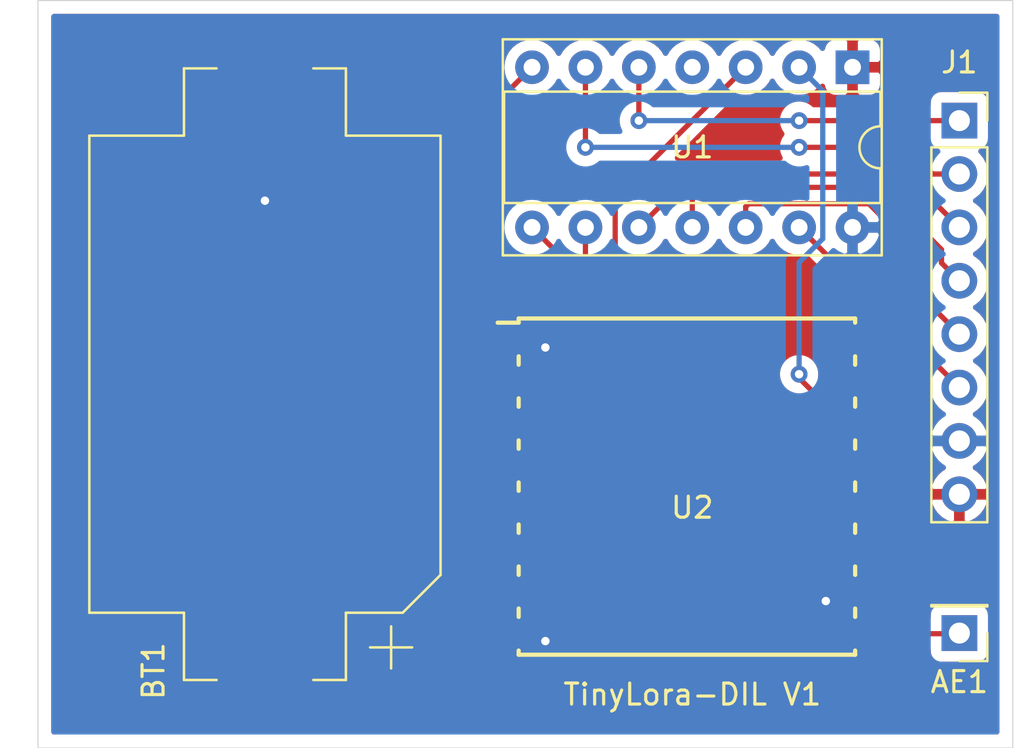
<source format=kicad_pcb>
(kicad_pcb (version 20171130) (host pcbnew 5.1.4)

  (general
    (thickness 1.6)
    (drawings 5)
    (tracks 72)
    (zones 0)
    (modules 5)
    (nets 15)
  )

  (page A4)
  (layers
    (0 F.Cu signal)
    (31 B.Cu signal)
    (32 B.Adhes user)
    (33 F.Adhes user)
    (34 B.Paste user)
    (35 F.Paste user)
    (36 B.SilkS user)
    (37 F.SilkS user)
    (38 B.Mask user)
    (39 F.Mask user)
    (40 Dwgs.User user)
    (41 Cmts.User user)
    (42 Eco1.User user)
    (43 Eco2.User user)
    (44 Edge.Cuts user)
    (45 Margin user)
    (46 B.CrtYd user)
    (47 F.CrtYd user)
    (48 B.Fab user)
    (49 F.Fab user)
  )

  (setup
    (last_trace_width 0.25)
    (trace_clearance 0.2)
    (zone_clearance 0.508)
    (zone_45_only no)
    (trace_min 0.2)
    (via_size 0.8)
    (via_drill 0.4)
    (via_min_size 0.4)
    (via_min_drill 0.3)
    (uvia_size 0.3)
    (uvia_drill 0.1)
    (uvias_allowed no)
    (uvia_min_size 0.2)
    (uvia_min_drill 0.1)
    (edge_width 0.05)
    (segment_width 0.2)
    (pcb_text_width 0.3)
    (pcb_text_size 1.5 1.5)
    (mod_edge_width 0.12)
    (mod_text_size 1 1)
    (mod_text_width 0.15)
    (pad_size 1.524 1.524)
    (pad_drill 0.762)
    (pad_to_mask_clearance 0.051)
    (solder_mask_min_width 0.25)
    (aux_axis_origin 0 0)
    (visible_elements FFFDFF7F)
    (pcbplotparams
      (layerselection 0x010fc_ffffffff)
      (usegerberextensions false)
      (usegerberattributes false)
      (usegerberadvancedattributes false)
      (creategerberjobfile false)
      (excludeedgelayer true)
      (linewidth 0.100000)
      (plotframeref false)
      (viasonmask false)
      (mode 1)
      (useauxorigin false)
      (hpglpennumber 1)
      (hpglpenspeed 20)
      (hpglpendiameter 15.000000)
      (psnegative false)
      (psa4output false)
      (plotreference true)
      (plotvalue true)
      (plotinvisibletext false)
      (padsonsilk false)
      (subtractmaskfromsilk false)
      (outputformat 1)
      (mirror false)
      (drillshape 0)
      (scaleselection 1)
      (outputdirectory "Gerber/"))
  )

  (net 0 "")
  (net 1 "Net-(AE1-Pad1)")
  (net 2 GND)
  (net 3 +3V3)
  (net 4 PB2)
  (net 5 PA7)
  (net 6 PA3)
  (net 7 PA2)
  (net 8 PA1)
  (net 9 PA0)
  (net 10 MISO)
  (net 11 SCK)
  (net 12 MOSI)
  (net 13 DIO0)
  (net 14 NSS)

  (net_class Default "Dies ist die voreingestellte Netzklasse."
    (clearance 0.2)
    (trace_width 0.25)
    (via_dia 0.8)
    (via_drill 0.4)
    (uvia_dia 0.3)
    (uvia_drill 0.1)
    (add_net +3V3)
    (add_net DIO0)
    (add_net GND)
    (add_net MISO)
    (add_net MOSI)
    (add_net NSS)
    (add_net "Net-(AE1-Pad1)")
    (add_net PA0)
    (add_net PA1)
    (add_net PA2)
    (add_net PA3)
    (add_net PA7)
    (add_net PB2)
    (add_net SCK)
  )

  (module battery_holder:BatteryHolder_Keystone_1060_1x2032_Long_Pad (layer F.Cu) (tedit 5D66CD14) (tstamp 5D66BC43)
    (at 56.515 60.96 90)
    (descr http://www.keyelco.com/product-pdf.cfm?p=726)
    (tags "CR2032 BR2032 BatteryHolder Battery")
    (path /5D6F40EE)
    (attr smd)
    (fp_text reference BT1 (at -14.125 -5.3 90) (layer F.SilkS)
      (effects (font (size 1 1) (thickness 0.15)))
    )
    (fp_text value Battery_Cell (at 0 -11.75 90) (layer F.Fab)
      (effects (font (size 1 1) (thickness 0.15)))
    )
    (fp_circle (center 0 0) (end -10.2 0) (layer Dwgs.User) (width 0.3))
    (fp_line (start 11 8) (end -9.4 8) (layer F.Fab) (width 0.1))
    (fp_line (start 11 -8) (end -11 -8) (layer F.Fab) (width 0.1))
    (fp_line (start 11 8) (end 11 3.5) (layer F.Fab) (width 0.1))
    (fp_line (start 11 -8) (end 11 -3.5) (layer F.Fab) (width 0.1))
    (fp_line (start -11 -8) (end -11 -3.5) (layer F.Fab) (width 0.1))
    (fp_line (start -11 6.4) (end -11 3.5) (layer F.Fab) (width 0.1))
    (fp_line (start -11 3.5) (end -14.2 3.5) (layer F.Fab) (width 0.1))
    (fp_line (start -14.2 3.5) (end -14.2 -3.5) (layer F.Fab) (width 0.1))
    (fp_line (start -14.2 -3.5) (end -11 -3.5) (layer F.Fab) (width 0.1))
    (fp_line (start 11 3.5) (end 14.2 3.5) (layer F.Fab) (width 0.1))
    (fp_line (start 14.2 3.5) (end 14.2 -3.5) (layer F.Fab) (width 0.1))
    (fp_line (start 14.2 -3.5) (end 11 -3.5) (layer F.Fab) (width 0.1))
    (fp_line (start -9.4 8) (end -11 6.4) (layer F.Fab) (width 0.1))
    (fp_line (start 11.35 3.85) (end 14.55 3.85) (layer F.SilkS) (width 0.12))
    (fp_line (start 14.55 3.85) (end 14.55 2.3) (layer F.SilkS) (width 0.12))
    (fp_line (start 11.35 8.35) (end 11.35 3.85) (layer F.SilkS) (width 0.12))
    (fp_line (start 11.35 8.35) (end -9.55 8.35) (layer F.SilkS) (width 0.12))
    (fp_line (start -11.35 6.55) (end -11.35 3.85) (layer F.SilkS) (width 0.12))
    (fp_line (start -9.55 8.35) (end -11.35 6.55) (layer F.SilkS) (width 0.12))
    (fp_line (start -11.35 3.85) (end -14.55 3.85) (layer F.SilkS) (width 0.12))
    (fp_line (start -14.55 3.85) (end -14.55 2.3) (layer F.SilkS) (width 0.12))
    (fp_line (start -11.35 -3.85) (end -14.55 -3.85) (layer F.SilkS) (width 0.12))
    (fp_line (start -14.55 -3.85) (end -14.55 -2.3) (layer F.SilkS) (width 0.12))
    (fp_line (start 11.35 -3.85) (end 14.55 -3.85) (layer F.SilkS) (width 0.12))
    (fp_line (start 14.55 -3.85) (end 14.55 -2.3) (layer F.SilkS) (width 0.12))
    (fp_line (start -11.35 -8.35) (end 11.35 -8.35) (layer F.SilkS) (width 0.12))
    (fp_line (start -11.35 -8.35) (end -11.35 -3.85) (layer F.SilkS) (width 0.12))
    (fp_line (start 11.35 -8.35) (end 11.35 -3.85) (layer F.SilkS) (width 0.12))
    (fp_arc (start 0 0) (end -6.5 8.5) (angle -74.81070976) (layer F.CrtYd) (width 0.05))
    (fp_line (start 11.5 8.5) (end 6.5 8.5) (layer F.CrtYd) (width 0.05))
    (fp_line (start -6.5 8.5) (end -11.5 8.5) (layer F.CrtYd) (width 0.05))
    (fp_line (start -11.5 4) (end -11.5 8.5) (layer F.CrtYd) (width 0.05))
    (fp_line (start -14.7 4) (end -11.5 4) (layer F.CrtYd) (width 0.05))
    (fp_line (start -14.7 4) (end -14.7 2.3) (layer F.CrtYd) (width 0.05))
    (fp_line (start -14.7 2.3) (end -16.45 2.3) (layer F.CrtYd) (width 0.05))
    (fp_line (start -16.45 2.3) (end -16.45 -2.3) (layer F.CrtYd) (width 0.05))
    (fp_line (start -14.7 -2.3) (end -16.45 -2.3) (layer F.CrtYd) (width 0.05))
    (fp_line (start -14.7 -2.3) (end -14.7 -4) (layer F.CrtYd) (width 0.05))
    (fp_line (start -14.7 -4) (end -11.5 -4) (layer F.CrtYd) (width 0.05))
    (fp_line (start -11.5 -4) (end -11.5 -8.5) (layer F.CrtYd) (width 0.05))
    (fp_line (start -11.5 -8.5) (end -6.5 -8.5) (layer F.CrtYd) (width 0.05))
    (fp_line (start 11.5 -8.5) (end 11.5 -4) (layer F.CrtYd) (width 0.05))
    (fp_line (start 11.5 -4) (end 14.7 -4) (layer F.CrtYd) (width 0.05))
    (fp_line (start 14.7 -4) (end 14.7 -2.3) (layer F.CrtYd) (width 0.05))
    (fp_line (start 14.7 -2.3) (end 16.45 -2.3) (layer F.CrtYd) (width 0.05))
    (fp_line (start 16.45 -2.3) (end 16.45 2.3) (layer F.CrtYd) (width 0.05))
    (fp_line (start 16.45 2.3) (end 14.7 2.3) (layer F.CrtYd) (width 0.05))
    (fp_line (start 14.7 2.3) (end 14.7 4) (layer F.CrtYd) (width 0.05))
    (fp_line (start 14.7 4) (end 11.5 4) (layer F.CrtYd) (width 0.05))
    (fp_line (start 11.5 4) (end 11.5 8.5) (layer F.CrtYd) (width 0.05))
    (fp_arc (start 0 0) (end 6.5 -8.5) (angle -74.81070976) (layer F.CrtYd) (width 0.05))
    (fp_line (start 11.5 -8.5) (end 6.5 -8.5) (layer F.CrtYd) (width 0.05))
    (fp_text user BAT (at 0 0 90) (layer F.Fab)
      (effects (font (size 1 1) (thickness 0.15)))
    )
    (fp_line (start -13 5) (end -13 7) (layer F.SilkS) (width 0.12))
    (fp_line (start -12 6) (end -14 6) (layer F.SilkS) (width 0.12))
    (pad 2 smd rect (at 12.446 0 270) (size 7.1 3.6) (layers F.Cu F.Paste F.Mask)
      (net 2 GND))
    (pad 1 smd rect (at -12.446 0 270) (size 7.1 3.6) (layers F.Cu F.Paste F.Mask)
      (net 3 +3V3))
    (model ${KISYS3DMOD}/Battery.3dshapes/BatteryHolder_Keystone_1060_1x2032.wrl
      (at (xyz 0 0 0))
      (scale (xyz 1 1 1))
      (rotate (xyz 0 0 0))
    )
  )

  (module Connector_PinSocket_2.54mm:PinSocket_1x08_P2.54mm_Vertical (layer F.Cu) (tedit 5A19A420) (tstamp 5D66B938)
    (at 89.535 48.895)
    (descr "Through hole straight socket strip, 1x08, 2.54mm pitch, single row (from Kicad 4.0.7), script generated")
    (tags "Through hole socket strip THT 1x08 2.54mm single row")
    (path /5D68DC89)
    (fp_text reference J1 (at 0 -2.77) (layer F.SilkS)
      (effects (font (size 1 1) (thickness 0.15)))
    )
    (fp_text value Sensor (at 0 20.55) (layer F.Fab)
      (effects (font (size 1 1) (thickness 0.15)))
    )
    (fp_line (start -1.27 -1.27) (end 0.635 -1.27) (layer F.Fab) (width 0.1))
    (fp_line (start 0.635 -1.27) (end 1.27 -0.635) (layer F.Fab) (width 0.1))
    (fp_line (start 1.27 -0.635) (end 1.27 19.05) (layer F.Fab) (width 0.1))
    (fp_line (start 1.27 19.05) (end -1.27 19.05) (layer F.Fab) (width 0.1))
    (fp_line (start -1.27 19.05) (end -1.27 -1.27) (layer F.Fab) (width 0.1))
    (fp_line (start -1.33 1.27) (end 1.33 1.27) (layer F.SilkS) (width 0.12))
    (fp_line (start -1.33 1.27) (end -1.33 19.11) (layer F.SilkS) (width 0.12))
    (fp_line (start -1.33 19.11) (end 1.33 19.11) (layer F.SilkS) (width 0.12))
    (fp_line (start 1.33 1.27) (end 1.33 19.11) (layer F.SilkS) (width 0.12))
    (fp_line (start 1.33 -1.33) (end 1.33 0) (layer F.SilkS) (width 0.12))
    (fp_line (start 0 -1.33) (end 1.33 -1.33) (layer F.SilkS) (width 0.12))
    (fp_line (start -1.8 -1.8) (end 1.75 -1.8) (layer F.CrtYd) (width 0.05))
    (fp_line (start 1.75 -1.8) (end 1.75 19.55) (layer F.CrtYd) (width 0.05))
    (fp_line (start 1.75 19.55) (end -1.8 19.55) (layer F.CrtYd) (width 0.05))
    (fp_line (start -1.8 19.55) (end -1.8 -1.8) (layer F.CrtYd) (width 0.05))
    (fp_text user %R (at 0 8.89 90) (layer F.Fab)
      (effects (font (size 1 1) (thickness 0.15)))
    )
    (pad 1 thru_hole rect (at 0 0) (size 1.7 1.7) (drill 1) (layers *.Cu *.Mask)
      (net 4 PB2))
    (pad 2 thru_hole oval (at 0 2.54) (size 1.7 1.7) (drill 1) (layers *.Cu *.Mask)
      (net 5 PA7))
    (pad 3 thru_hole oval (at 0 5.08) (size 1.7 1.7) (drill 1) (layers *.Cu *.Mask)
      (net 6 PA3))
    (pad 4 thru_hole oval (at 0 7.62) (size 1.7 1.7) (drill 1) (layers *.Cu *.Mask)
      (net 7 PA2))
    (pad 5 thru_hole oval (at 0 10.16) (size 1.7 1.7) (drill 1) (layers *.Cu *.Mask)
      (net 8 PA1))
    (pad 6 thru_hole oval (at 0 12.7) (size 1.7 1.7) (drill 1) (layers *.Cu *.Mask)
      (net 9 PA0))
    (pad 7 thru_hole oval (at 0 15.24) (size 1.7 1.7) (drill 1) (layers *.Cu *.Mask)
      (net 2 GND))
    (pad 8 thru_hole oval (at 0 17.78) (size 1.7 1.7) (drill 1) (layers *.Cu *.Mask)
      (net 3 +3V3))
    (model ${KISYS3DMOD}/Connector_PinSocket_2.54mm.3dshapes/PinSocket_1x08_P2.54mm_Vertical.wrl
      (at (xyz 0 0 0))
      (scale (xyz 1 1 1))
      (rotate (xyz 0 0 0))
    )
  )

  (module Package_DIP:DIP-14_W7.62mm_Socket (layer F.Cu) (tedit 5A02E8C5) (tstamp 5D6691B9)
    (at 84.455 46.355 270)
    (descr "14-lead though-hole mounted DIP package, row spacing 7.62 mm (300 mils), Socket")
    (tags "THT DIP DIL PDIP 2.54mm 7.62mm 300mil Socket")
    (path /5D66342E)
    (fp_text reference U1 (at 3.81 7.62 180) (layer F.SilkS)
      (effects (font (size 1 1) (thickness 0.15)))
    )
    (fp_text value ATtiny84A-SSU (at 3.81 17.57 90) (layer F.Fab)
      (effects (font (size 1 1) (thickness 0.15)))
    )
    (fp_text user ATTiny84 (at 3.81 7.62 180) (layer F.Fab)
      (effects (font (size 1 1) (thickness 0.15)))
    )
    (fp_line (start 9.15 -1.6) (end -1.55 -1.6) (layer F.CrtYd) (width 0.05))
    (fp_line (start 9.15 16.85) (end 9.15 -1.6) (layer F.CrtYd) (width 0.05))
    (fp_line (start -1.55 16.85) (end 9.15 16.85) (layer F.CrtYd) (width 0.05))
    (fp_line (start -1.55 -1.6) (end -1.55 16.85) (layer F.CrtYd) (width 0.05))
    (fp_line (start 8.95 -1.39) (end -1.33 -1.39) (layer F.SilkS) (width 0.12))
    (fp_line (start 8.95 16.63) (end 8.95 -1.39) (layer F.SilkS) (width 0.12))
    (fp_line (start -1.33 16.63) (end 8.95 16.63) (layer F.SilkS) (width 0.12))
    (fp_line (start -1.33 -1.39) (end -1.33 16.63) (layer F.SilkS) (width 0.12))
    (fp_line (start 6.46 -1.33) (end 4.81 -1.33) (layer F.SilkS) (width 0.12))
    (fp_line (start 6.46 16.57) (end 6.46 -1.33) (layer F.SilkS) (width 0.12))
    (fp_line (start 1.16 16.57) (end 6.46 16.57) (layer F.SilkS) (width 0.12))
    (fp_line (start 1.16 -1.33) (end 1.16 16.57) (layer F.SilkS) (width 0.12))
    (fp_line (start 2.81 -1.33) (end 1.16 -1.33) (layer F.SilkS) (width 0.12))
    (fp_line (start 8.89 -1.33) (end -1.27 -1.33) (layer F.Fab) (width 0.1))
    (fp_line (start 8.89 16.57) (end 8.89 -1.33) (layer F.Fab) (width 0.1))
    (fp_line (start -1.27 16.57) (end 8.89 16.57) (layer F.Fab) (width 0.1))
    (fp_line (start -1.27 -1.33) (end -1.27 16.57) (layer F.Fab) (width 0.1))
    (fp_line (start 0.635 -0.27) (end 1.635 -1.27) (layer F.Fab) (width 0.1))
    (fp_line (start 0.635 16.51) (end 0.635 -0.27) (layer F.Fab) (width 0.1))
    (fp_line (start 6.985 16.51) (end 0.635 16.51) (layer F.Fab) (width 0.1))
    (fp_line (start 6.985 -1.27) (end 6.985 16.51) (layer F.Fab) (width 0.1))
    (fp_line (start 1.635 -1.27) (end 6.985 -1.27) (layer F.Fab) (width 0.1))
    (fp_arc (start 3.81 -1.33) (end 2.81 -1.33) (angle -180) (layer F.SilkS) (width 0.12))
    (pad 14 thru_hole oval (at 7.62 0 270) (size 1.6 1.6) (drill 0.8) (layers *.Cu *.Mask)
      (net 2 GND))
    (pad 7 thru_hole oval (at 0 15.24 270) (size 1.6 1.6) (drill 0.8) (layers *.Cu *.Mask)
      (net 12 MOSI))
    (pad 13 thru_hole oval (at 7.62 2.54 270) (size 1.6 1.6) (drill 0.8) (layers *.Cu *.Mask)
      (net 9 PA0))
    (pad 6 thru_hole oval (at 0 12.7 270) (size 1.6 1.6) (drill 0.8) (layers *.Cu *.Mask)
      (net 5 PA7))
    (pad 12 thru_hole oval (at 7.62 5.08 270) (size 1.6 1.6) (drill 0.8) (layers *.Cu *.Mask)
      (net 8 PA1))
    (pad 5 thru_hole oval (at 0 10.16 270) (size 1.6 1.6) (drill 0.8) (layers *.Cu *.Mask)
      (net 4 PB2))
    (pad 11 thru_hole oval (at 7.62 7.62 270) (size 1.6 1.6) (drill 0.8) (layers *.Cu *.Mask)
      (net 7 PA2))
    (pad 4 thru_hole oval (at 0 7.62 270) (size 1.6 1.6) (drill 0.8) (layers *.Cu *.Mask))
    (pad 10 thru_hole oval (at 7.62 10.16 270) (size 1.6 1.6) (drill 0.8) (layers *.Cu *.Mask)
      (net 6 PA3))
    (pad 3 thru_hole oval (at 0 5.08 270) (size 1.6 1.6) (drill 0.8) (layers *.Cu *.Mask)
      (net 14 NSS))
    (pad 9 thru_hole oval (at 7.62 12.7 270) (size 1.6 1.6) (drill 0.8) (layers *.Cu *.Mask)
      (net 11 SCK))
    (pad 2 thru_hole oval (at 0 2.54 270) (size 1.6 1.6) (drill 0.8) (layers *.Cu *.Mask)
      (net 13 DIO0))
    (pad 8 thru_hole oval (at 7.62 15.24 270) (size 1.6 1.6) (drill 0.8) (layers *.Cu *.Mask)
      (net 10 MISO))
    (pad 1 thru_hole rect (at 0 0 270) (size 1.6 1.6) (drill 0.8) (layers *.Cu *.Mask)
      (net 3 +3V3))
    (model ${KISYS3DMOD}/Package_DIP.3dshapes/DIP-14_W7.62mm_Socket.wrl
      (at (xyz 0 0 0))
      (scale (xyz 1 1 1))
      (rotate (xyz 0 0 0))
    )
  )

  (module RFM:RFM95 (layer F.Cu) (tedit 585E5D4C) (tstamp 5D66B997)
    (at 68.58 59.309)
    (path /5D664943)
    (fp_text reference U2 (at 8.255 8.001) (layer F.SilkS)
      (effects (font (size 1 1) (thickness 0.15)))
    )
    (fp_text value RFM95W-868S2 (at 7.62 7.62) (layer F.Fab)
      (effects (font (size 1 1) (thickness 0.15)))
    )
    (fp_line (start 0 -1) (end 16 -1) (layer F.SilkS) (width 0.2))
    (fp_line (start 0 10.8) (end 0 11.2) (layer F.SilkS) (width 0.2))
    (fp_line (start 0 8.8) (end 0 9.2) (layer F.SilkS) (width 0.2))
    (fp_line (start 0 6.8) (end 0 7.2) (layer F.SilkS) (width 0.2))
    (fp_line (start 0 4.8) (end 0 5.2) (layer F.SilkS) (width 0.2))
    (fp_line (start 0 3.2) (end 0 2.8) (layer F.SilkS) (width 0.2))
    (fp_line (start 0 1.2) (end 0 0.8) (layer F.SilkS) (width 0.2))
    (fp_line (start -1 -0.8) (end 0 -0.8) (layer F.SilkS) (width 0.2))
    (fp_line (start 0 -0.8) (end 0 -1) (layer F.SilkS) (width 0.2))
    (fp_line (start 0 12.8) (end 0 13.2) (layer F.SilkS) (width 0.2))
    (fp_line (start 16 -1) (end 16 -0.8) (layer F.SilkS) (width 0.2))
    (fp_line (start 16 0.8) (end 16 1.2) (layer F.SilkS) (width 0.2))
    (fp_line (start 16 2.8) (end 16 3.2) (layer F.SilkS) (width 0.2))
    (fp_line (start 16 4.8) (end 16 5.2) (layer F.SilkS) (width 0.2))
    (fp_line (start 16 6.8) (end 16 7.2) (layer F.SilkS) (width 0.2))
    (fp_line (start 16 8.8) (end 16 9.2) (layer F.SilkS) (width 0.2))
    (fp_line (start 16 10.8) (end 16 11.2) (layer F.SilkS) (width 0.2))
    (fp_line (start 16 12.8) (end 16 13.2) (layer F.SilkS) (width 0.2))
    (fp_line (start 16 14.8) (end 16 15) (layer F.SilkS) (width 0.2))
    (fp_line (start 16 15) (end 0 15) (layer F.SilkS) (width 0.2))
    (fp_line (start 0 15) (end 0 14.8) (layer F.SilkS) (width 0.2))
    (pad 16 smd oval (at 16 0) (size 2 1) (layers F.Cu F.Paste F.Mask))
    (pad 15 smd oval (at 16 2) (size 2 1) (layers F.Cu F.Paste F.Mask))
    (pad 14 smd oval (at 16 4) (size 2 1) (layers F.Cu F.Paste F.Mask)
      (net 13 DIO0))
    (pad 13 smd oval (at 16 6) (size 2 1) (layers F.Cu F.Paste F.Mask)
      (net 3 +3V3))
    (pad 12 smd oval (at 16 8) (size 2 1) (layers F.Cu F.Paste F.Mask))
    (pad 11 smd oval (at 16 10) (size 2 1) (layers F.Cu F.Paste F.Mask))
    (pad 10 smd oval (at 16 12) (size 2 1) (layers F.Cu F.Paste F.Mask)
      (net 2 GND))
    (pad 9 smd oval (at 16 14) (size 2 1) (layers F.Cu F.Paste F.Mask)
      (net 1 "Net-(AE1-Pad1)"))
    (pad 8 smd oval (at 0 14) (size 2 1) (layers F.Cu F.Paste F.Mask)
      (net 2 GND))
    (pad 7 smd oval (at 0 12) (size 2 1) (layers F.Cu F.Paste F.Mask))
    (pad 6 smd oval (at 0 10) (size 2 1) (layers F.Cu F.Paste F.Mask))
    (pad 5 smd oval (at 0 8) (size 2 1) (layers F.Cu F.Paste F.Mask)
      (net 14 NSS))
    (pad 4 smd oval (at 0 6) (size 2 1) (layers F.Cu F.Paste F.Mask)
      (net 11 SCK))
    (pad 3 smd oval (at 0 4) (size 2 1) (layers F.Cu F.Paste F.Mask)
      (net 10 MISO))
    (pad 2 smd oval (at 0 2) (size 2 1) (layers F.Cu F.Paste F.Mask)
      (net 12 MOSI))
    (pad 1 smd oval (at 0 0) (size 2 1) (layers F.Cu F.Paste F.Mask)
      (net 2 GND))
  )

  (module Connector_PinHeader_2.54mm:PinHeader_1x01_P2.54mm_Vertical (layer F.Cu) (tedit 59FED5CC) (tstamp 5D66B8BC)
    (at 89.535 73.279 180)
    (descr "Through hole straight pin header, 1x01, 2.54mm pitch, single row")
    (tags "Through hole pin header THT 1x01 2.54mm single row")
    (path /5D699DFD)
    (fp_text reference AE1 (at 0 -2.33) (layer F.SilkS)
      (effects (font (size 1 1) (thickness 0.15)))
    )
    (fp_text value Antenna (at 0 2.33) (layer F.Fab)
      (effects (font (size 1 1) (thickness 0.15)))
    )
    (fp_text user %R (at 0 0 90) (layer F.Fab)
      (effects (font (size 1 1) (thickness 0.15)))
    )
    (fp_line (start 1.8 -1.8) (end -1.8 -1.8) (layer F.CrtYd) (width 0.05))
    (fp_line (start 1.8 1.8) (end 1.8 -1.8) (layer F.CrtYd) (width 0.05))
    (fp_line (start -1.8 1.8) (end 1.8 1.8) (layer F.CrtYd) (width 0.05))
    (fp_line (start -1.8 -1.8) (end -1.8 1.8) (layer F.CrtYd) (width 0.05))
    (fp_line (start -1.33 -1.33) (end 0 -1.33) (layer F.SilkS) (width 0.12))
    (fp_line (start -1.33 0) (end -1.33 -1.33) (layer F.SilkS) (width 0.12))
    (fp_line (start -1.33 1.27) (end 1.33 1.27) (layer F.SilkS) (width 0.12))
    (fp_line (start 1.33 1.27) (end 1.33 1.33) (layer F.SilkS) (width 0.12))
    (fp_line (start -1.33 1.27) (end -1.33 1.33) (layer F.SilkS) (width 0.12))
    (fp_line (start -1.33 1.33) (end 1.33 1.33) (layer F.SilkS) (width 0.12))
    (fp_line (start -1.27 -0.635) (end -0.635 -1.27) (layer F.Fab) (width 0.1))
    (fp_line (start -1.27 1.27) (end -1.27 -0.635) (layer F.Fab) (width 0.1))
    (fp_line (start 1.27 1.27) (end -1.27 1.27) (layer F.Fab) (width 0.1))
    (fp_line (start 1.27 -1.27) (end 1.27 1.27) (layer F.Fab) (width 0.1))
    (fp_line (start -0.635 -1.27) (end 1.27 -1.27) (layer F.Fab) (width 0.1))
    (pad 1 thru_hole rect (at 0 0 180) (size 1.7 1.7) (drill 1) (layers *.Cu *.Mask)
      (net 1 "Net-(AE1-Pad1)"))
    (model ${KISYS3DMOD}/Connector_PinHeader_2.54mm.3dshapes/PinHeader_1x01_P2.54mm_Vertical.wrl
      (at (xyz 0 0 0))
      (scale (xyz 1 1 1))
      (rotate (xyz 0 0 0))
    )
  )

  (gr_text "TinyLora-DIL V1" (at 76.835 76.2) (layer F.SilkS)
    (effects (font (size 1 1) (thickness 0.15)))
  )
  (gr_line (start 92.075 43.18) (end 45.72 43.18) (layer Edge.Cuts) (width 0.05) (tstamp 5D66E377))
  (gr_line (start 92.075 78.74) (end 92.075 43.18) (layer Edge.Cuts) (width 0.05))
  (gr_line (start 45.72 78.74) (end 92.075 78.74) (layer Edge.Cuts) (width 0.05))
  (gr_line (start 45.72 43.18) (end 45.72 78.74) (layer Edge.Cuts) (width 0.05))

  (segment (start 89.505 73.309) (end 89.535 73.279) (width 0.25) (layer F.Cu) (net 1))
  (segment (start 84.58 73.309) (end 89.505 73.309) (width 0.25) (layer F.Cu) (net 1))
  (segment (start 68.58 59.309) (end 69.469 59.309) (width 0.25) (layer F.Cu) (net 2))
  (via (at 69.85 59.69) (size 0.8) (drill 0.4) (layers F.Cu B.Cu) (net 2))
  (segment (start 69.469 59.309) (end 69.85 59.69) (width 0.25) (layer F.Cu) (net 2))
  (via (at 69.85 73.66) (size 0.8) (drill 0.4) (layers F.Cu B.Cu) (net 2))
  (segment (start 68.58 73.309) (end 69.499 73.309) (width 0.25) (layer F.Cu) (net 2))
  (segment (start 69.499 73.309) (end 69.85 73.66) (width 0.25) (layer F.Cu) (net 2))
  (via (at 83.185 71.755) (size 0.8) (drill 0.4) (layers F.Cu B.Cu) (net 2))
  (segment (start 84.58 71.309) (end 83.631 71.309) (width 0.25) (layer F.Cu) (net 2))
  (segment (start 83.631 71.309) (end 83.185 71.755) (width 0.25) (layer F.Cu) (net 2))
  (via (at 56.515 52.705) (size 0.8) (drill 0.4) (layers F.Cu B.Cu) (net 2))
  (segment (start 56.515 48.514) (end 56.515 52.705) (width 0.25) (layer F.Cu) (net 2))
  (via (at 74.295 48.895) (size 0.8) (drill 0.4) (layers F.Cu B.Cu) (net 4))
  (segment (start 74.295 46.355) (end 74.295 48.895) (width 0.25) (layer F.Cu) (net 4))
  (via (at 81.915 48.895) (size 0.8) (drill 0.4) (layers F.Cu B.Cu) (net 4))
  (segment (start 74.295 48.895) (end 81.915 48.895) (width 0.25) (layer B.Cu) (net 4))
  (segment (start 81.915 48.895) (end 89.535 48.895) (width 0.25) (layer F.Cu) (net 4))
  (via (at 71.755 50.165) (size 0.8) (drill 0.4) (layers F.Cu B.Cu) (net 5))
  (segment (start 71.755 46.355) (end 71.755 50.165) (width 0.25) (layer F.Cu) (net 5))
  (via (at 81.915 50.165) (size 0.8) (drill 0.4) (layers F.Cu B.Cu) (net 5))
  (segment (start 71.755 50.165) (end 81.915 50.165) (width 0.25) (layer B.Cu) (net 5))
  (segment (start 81.915 50.165) (end 86.995 50.165) (width 0.25) (layer F.Cu) (net 5))
  (segment (start 88.265 51.435) (end 89.535 51.435) (width 0.25) (layer F.Cu) (net 5))
  (segment (start 86.995 50.165) (end 88.265 51.435) (width 0.25) (layer F.Cu) (net 5))
  (segment (start 75.565 52.705) (end 74.295 53.975) (width 0.25) (layer F.Cu) (net 6))
  (segment (start 75.565 51.435) (end 75.565 52.705) (width 0.25) (layer F.Cu) (net 6))
  (segment (start 89.535 53.975) (end 86.995 51.435) (width 0.25) (layer F.Cu) (net 6))
  (segment (start 86.995 51.435) (end 75.565 51.435) (width 0.25) (layer F.Cu) (net 6))
  (segment (start 76.835 52.07) (end 76.835 53.975) (width 0.25) (layer F.Cu) (net 7))
  (segment (start 85.725 52.07) (end 76.835 52.07) (width 0.25) (layer F.Cu) (net 7))
  (segment (start 88.685001 55.030001) (end 85.725 52.07) (width 0.25) (layer F.Cu) (net 7))
  (segment (start 89.535 56.515) (end 88.685001 55.665001) (width 0.25) (layer F.Cu) (net 7))
  (segment (start 88.685001 55.665001) (end 88.685001 55.030001) (width 0.25) (layer F.Cu) (net 7))
  (segment (start 89.535 59.055) (end 86.995 56.515) (width 0.25) (layer F.Cu) (net 8))
  (segment (start 86.995 56.515) (end 86.995 54.61) (width 0.25) (layer F.Cu) (net 8))
  (segment (start 85.234999 52.849999) (end 79.519999 52.849999) (width 0.25) (layer F.Cu) (net 8))
  (segment (start 86.995 54.61) (end 85.234999 52.849999) (width 0.25) (layer F.Cu) (net 8))
  (segment (start 79.375 52.994998) (end 79.375 53.975) (width 0.25) (layer F.Cu) (net 8))
  (segment (start 79.519999 52.849999) (end 79.375 52.994998) (width 0.25) (layer F.Cu) (net 8))
  (segment (start 88.685001 60.745001) (end 81.915 53.975) (width 0.25) (layer F.Cu) (net 9))
  (segment (start 89.535 61.595) (end 88.685001 60.745001) (width 0.25) (layer F.Cu) (net 9))
  (segment (start 68.866 61.595) (end 68.58 61.309) (width 0.25) (layer F.Cu) (net 12))
  (segment (start 68.08 61.309) (end 68.58 61.309) (width 0.25) (layer F.Cu) (net 12))
  (segment (start 68.676 65.405) (end 68.58 65.309) (width 0.25) (layer F.Cu) (net 11))
  (segment (start 69.08 65.309) (end 68.58 65.309) (width 0.25) (layer F.Cu) (net 11))
  (segment (start 71.755 62.634) (end 69.08 65.309) (width 0.25) (layer F.Cu) (net 11))
  (segment (start 71.755 53.975) (end 71.755 62.634) (width 0.25) (layer F.Cu) (net 11))
  (segment (start 68.08 63.309) (end 68.58 63.309) (width 0.25) (layer F.Cu) (net 10))
  (segment (start 70.575001 55.335001) (end 70.014999 54.774999) (width 0.25) (layer F.Cu) (net 10))
  (segment (start 70.014999 54.774999) (end 69.215 53.975) (width 0.25) (layer F.Cu) (net 10))
  (segment (start 69.83 63.309) (end 70.575001 62.563999) (width 0.25) (layer F.Cu) (net 10))
  (segment (start 70.575001 62.563999) (end 70.575001 55.335001) (width 0.25) (layer F.Cu) (net 10))
  (segment (start 68.58 63.309) (end 69.83 63.309) (width 0.25) (layer F.Cu) (net 10))
  (segment (start 67.25499 61.23399) (end 67.25499 48.31501) (width 0.25) (layer F.Cu) (net 12))
  (segment (start 67.33 61.309) (end 67.25499 61.23399) (width 0.25) (layer F.Cu) (net 12))
  (segment (start 68.415001 47.154999) (end 69.215 46.355) (width 0.25) (layer F.Cu) (net 12))
  (segment (start 67.25499 48.31501) (end 68.415001 47.154999) (width 0.25) (layer F.Cu) (net 12))
  (segment (start 68.58 61.309) (end 67.33 61.309) (width 0.25) (layer F.Cu) (net 12))
  (segment (start 81.915 61.144) (end 81.915 60.96) (width 0.25) (layer F.Cu) (net 13))
  (segment (start 84.58 63.309) (end 84.08 63.309) (width 0.25) (layer F.Cu) (net 13))
  (via (at 81.915 60.96) (size 0.8) (drill 0.4) (layers F.Cu B.Cu) (net 13))
  (segment (start 84.08 63.309) (end 81.915 61.144) (width 0.25) (layer F.Cu) (net 13))
  (segment (start 82.714999 47.154999) (end 81.915 46.355) (width 0.25) (layer B.Cu) (net 13))
  (segment (start 83.040001 47.480001) (end 82.714999 47.154999) (width 0.25) (layer B.Cu) (net 13))
  (segment (start 83.040001 54.515001) (end 83.040001 47.480001) (width 0.25) (layer B.Cu) (net 13))
  (segment (start 81.915 55.640002) (end 83.040001 54.515001) (width 0.25) (layer B.Cu) (net 13))
  (segment (start 81.915 60.96) (end 81.915 55.640002) (width 0.25) (layer B.Cu) (net 13))
  (segment (start 69.08 67.309) (end 68.58 67.309) (width 0.25) (layer F.Cu) (net 14))
  (segment (start 73.169999 52.560001) (end 73.169999 63.219001) (width 0.25) (layer F.Cu) (net 14))
  (segment (start 73.169999 63.219001) (end 69.08 67.309) (width 0.25) (layer F.Cu) (net 14))
  (segment (start 79.375 46.355) (end 73.169999 52.560001) (width 0.25) (layer F.Cu) (net 14))

  (zone (net 3) (net_name +3V3) (layer F.Cu) (tstamp 5D66D5B5) (hatch edge 0.508)
    (connect_pads (clearance 0.508))
    (min_thickness 0.254)
    (fill yes (arc_segments 32) (thermal_gap 0.508) (thermal_bridge_width 0.508))
    (polygon
      (pts
        (xy 46.355 43.815) (xy 91.44 43.815) (xy 91.44 78.105) (xy 46.355 78.105)
      )
    )
    (filled_polygon
      (pts
        (xy 91.313 77.978) (xy 46.482 77.978) (xy 46.482 76.956) (xy 54.076928 76.956) (xy 54.089188 77.080482)
        (xy 54.125498 77.20018) (xy 54.184463 77.310494) (xy 54.263815 77.407185) (xy 54.360506 77.486537) (xy 54.47082 77.545502)
        (xy 54.590518 77.581812) (xy 54.715 77.594072) (xy 56.22925 77.591) (xy 56.388 77.43225) (xy 56.388 73.533)
        (xy 56.642 73.533) (xy 56.642 77.43225) (xy 56.80075 77.591) (xy 58.315 77.594072) (xy 58.439482 77.581812)
        (xy 58.55918 77.545502) (xy 58.669494 77.486537) (xy 58.766185 77.407185) (xy 58.845537 77.310494) (xy 58.904502 77.20018)
        (xy 58.940812 77.080482) (xy 58.953072 76.956) (xy 58.95 73.69175) (xy 58.79125 73.533) (xy 56.642 73.533)
        (xy 56.388 73.533) (xy 54.23875 73.533) (xy 54.08 73.69175) (xy 54.076928 76.956) (xy 46.482 76.956)
        (xy 46.482 69.856) (xy 54.076928 69.856) (xy 54.08 73.12025) (xy 54.23875 73.279) (xy 56.388 73.279)
        (xy 56.388 69.37975) (xy 56.642 69.37975) (xy 56.642 73.279) (xy 58.79125 73.279) (xy 58.95 73.12025)
        (xy 58.953072 69.856) (xy 58.940812 69.731518) (xy 58.904502 69.61182) (xy 58.845537 69.501506) (xy 58.766185 69.404815)
        (xy 58.669494 69.325463) (xy 58.55918 69.266498) (xy 58.439482 69.230188) (xy 58.315 69.217928) (xy 56.80075 69.221)
        (xy 56.642 69.37975) (xy 56.388 69.37975) (xy 56.22925 69.221) (xy 54.715 69.217928) (xy 54.590518 69.230188)
        (xy 54.47082 69.266498) (xy 54.360506 69.325463) (xy 54.263815 69.404815) (xy 54.184463 69.501506) (xy 54.125498 69.61182)
        (xy 54.089188 69.731518) (xy 54.076928 69.856) (xy 46.482 69.856) (xy 46.482 44.964) (xy 54.076928 44.964)
        (xy 54.076928 52.064) (xy 54.089188 52.188482) (xy 54.125498 52.30818) (xy 54.184463 52.418494) (xy 54.263815 52.515185)
        (xy 54.360506 52.594537) (xy 54.47082 52.653502) (xy 54.590518 52.689812) (xy 54.715 52.702072) (xy 55.48 52.702072)
        (xy 55.48 52.806939) (xy 55.519774 53.006898) (xy 55.597795 53.195256) (xy 55.711063 53.364774) (xy 55.855226 53.508937)
        (xy 56.024744 53.622205) (xy 56.213102 53.700226) (xy 56.413061 53.74) (xy 56.616939 53.74) (xy 56.816898 53.700226)
        (xy 57.005256 53.622205) (xy 57.174774 53.508937) (xy 57.318937 53.364774) (xy 57.432205 53.195256) (xy 57.510226 53.006898)
        (xy 57.55 52.806939) (xy 57.55 52.702072) (xy 58.315 52.702072) (xy 58.439482 52.689812) (xy 58.55918 52.653502)
        (xy 58.669494 52.594537) (xy 58.766185 52.515185) (xy 58.845537 52.418494) (xy 58.904502 52.30818) (xy 58.940812 52.188482)
        (xy 58.953072 52.064) (xy 58.953072 48.31501) (xy 66.491314 48.31501) (xy 66.494991 48.352342) (xy 66.49499 61.196668)
        (xy 66.491314 61.23399) (xy 66.49499 61.271312) (xy 66.49499 61.271322) (xy 66.505987 61.382975) (xy 66.544118 61.508677)
        (xy 66.549444 61.526236) (xy 66.620016 61.658266) (xy 66.659861 61.706816) (xy 66.714989 61.773991) (xy 66.743993 61.797794)
        (xy 66.766196 61.819997) (xy 66.789999 61.849001) (xy 66.905724 61.943974) (xy 67.037753 62.014546) (xy 67.181014 62.058003)
        (xy 67.230398 62.062867) (xy 67.273551 62.115449) (xy 67.446377 62.257284) (xy 67.543132 62.309) (xy 67.446377 62.360716)
        (xy 67.273551 62.502551) (xy 67.131716 62.675377) (xy 67.026324 62.872553) (xy 66.961423 63.086501) (xy 66.939509 63.309)
        (xy 66.961423 63.531499) (xy 67.026324 63.745447) (xy 67.131716 63.942623) (xy 67.273551 64.115449) (xy 67.446377 64.257284)
        (xy 67.543132 64.309) (xy 67.446377 64.360716) (xy 67.273551 64.502551) (xy 67.131716 64.675377) (xy 67.026324 64.872553)
        (xy 66.961423 65.086501) (xy 66.939509 65.309) (xy 66.961423 65.531499) (xy 67.026324 65.745447) (xy 67.131716 65.942623)
        (xy 67.273551 66.115449) (xy 67.446377 66.257284) (xy 67.543132 66.309) (xy 67.446377 66.360716) (xy 67.273551 66.502551)
        (xy 67.131716 66.675377) (xy 67.026324 66.872553) (xy 66.961423 67.086501) (xy 66.939509 67.309) (xy 66.961423 67.531499)
        (xy 67.026324 67.745447) (xy 67.131716 67.942623) (xy 67.273551 68.115449) (xy 67.446377 68.257284) (xy 67.543132 68.309)
        (xy 67.446377 68.360716) (xy 67.273551 68.502551) (xy 67.131716 68.675377) (xy 67.026324 68.872553) (xy 66.961423 69.086501)
        (xy 66.939509 69.309) (xy 66.961423 69.531499) (xy 67.026324 69.745447) (xy 67.131716 69.942623) (xy 67.273551 70.115449)
        (xy 67.446377 70.257284) (xy 67.543132 70.309) (xy 67.446377 70.360716) (xy 67.273551 70.502551) (xy 67.131716 70.675377)
        (xy 67.026324 70.872553) (xy 66.961423 71.086501) (xy 66.939509 71.309) (xy 66.961423 71.531499) (xy 67.026324 71.745447)
        (xy 67.131716 71.942623) (xy 67.273551 72.115449) (xy 67.446377 72.257284) (xy 67.543132 72.309) (xy 67.446377 72.360716)
        (xy 67.273551 72.502551) (xy 67.131716 72.675377) (xy 67.026324 72.872553) (xy 66.961423 73.086501) (xy 66.939509 73.309)
        (xy 66.961423 73.531499) (xy 67.026324 73.745447) (xy 67.131716 73.942623) (xy 67.273551 74.115449) (xy 67.446377 74.257284)
        (xy 67.643553 74.362676) (xy 67.857501 74.427577) (xy 68.024248 74.444) (xy 69.135752 74.444) (xy 69.167192 74.440903)
        (xy 69.190226 74.463937) (xy 69.359744 74.577205) (xy 69.548102 74.655226) (xy 69.748061 74.695) (xy 69.951939 74.695)
        (xy 70.151898 74.655226) (xy 70.340256 74.577205) (xy 70.509774 74.463937) (xy 70.653937 74.319774) (xy 70.767205 74.150256)
        (xy 70.845226 73.961898) (xy 70.885 73.761939) (xy 70.885 73.558061) (xy 70.845226 73.358102) (xy 70.767205 73.169744)
        (xy 70.653937 73.000226) (xy 70.509774 72.856063) (xy 70.340256 72.742795) (xy 70.151898 72.664774) (xy 69.993769 72.63332)
        (xy 69.886449 72.502551) (xy 69.713623 72.360716) (xy 69.616868 72.309) (xy 69.713623 72.257284) (xy 69.886449 72.115449)
        (xy 70.028284 71.942623) (xy 70.133676 71.745447) (xy 70.161701 71.653061) (xy 82.15 71.653061) (xy 82.15 71.856939)
        (xy 82.189774 72.056898) (xy 82.267795 72.245256) (xy 82.381063 72.414774) (xy 82.525226 72.558937) (xy 82.694744 72.672205)
        (xy 82.883102 72.750226) (xy 83.071661 72.787732) (xy 83.026324 72.872553) (xy 82.961423 73.086501) (xy 82.939509 73.309)
        (xy 82.961423 73.531499) (xy 83.026324 73.745447) (xy 83.131716 73.942623) (xy 83.273551 74.115449) (xy 83.446377 74.257284)
        (xy 83.643553 74.362676) (xy 83.857501 74.427577) (xy 84.024248 74.444) (xy 85.135752 74.444) (xy 85.302499 74.427577)
        (xy 85.516447 74.362676) (xy 85.713623 74.257284) (xy 85.886449 74.115449) (xy 85.924569 74.069) (xy 88.046928 74.069)
        (xy 88.046928 74.129) (xy 88.059188 74.253482) (xy 88.095498 74.37318) (xy 88.154463 74.483494) (xy 88.233815 74.580185)
        (xy 88.330506 74.659537) (xy 88.44082 74.718502) (xy 88.560518 74.754812) (xy 88.685 74.767072) (xy 90.385 74.767072)
        (xy 90.509482 74.754812) (xy 90.62918 74.718502) (xy 90.739494 74.659537) (xy 90.836185 74.580185) (xy 90.915537 74.483494)
        (xy 90.974502 74.37318) (xy 91.010812 74.253482) (xy 91.023072 74.129) (xy 91.023072 72.429) (xy 91.010812 72.304518)
        (xy 90.974502 72.18482) (xy 90.915537 72.074506) (xy 90.836185 71.977815) (xy 90.739494 71.898463) (xy 90.62918 71.839498)
        (xy 90.509482 71.803188) (xy 90.385 71.790928) (xy 88.685 71.790928) (xy 88.560518 71.803188) (xy 88.44082 71.839498)
        (xy 88.330506 71.898463) (xy 88.233815 71.977815) (xy 88.154463 72.074506) (xy 88.095498 72.18482) (xy 88.059188 72.304518)
        (xy 88.046928 72.429) (xy 88.046928 72.549) (xy 85.924569 72.549) (xy 85.886449 72.502551) (xy 85.713623 72.360716)
        (xy 85.616868 72.309) (xy 85.713623 72.257284) (xy 85.886449 72.115449) (xy 86.028284 71.942623) (xy 86.133676 71.745447)
        (xy 86.198577 71.531499) (xy 86.220491 71.309) (xy 86.198577 71.086501) (xy 86.133676 70.872553) (xy 86.028284 70.675377)
        (xy 85.886449 70.502551) (xy 85.713623 70.360716) (xy 85.616868 70.309) (xy 85.713623 70.257284) (xy 85.886449 70.115449)
        (xy 86.028284 69.942623) (xy 86.133676 69.745447) (xy 86.198577 69.531499) (xy 86.220491 69.309) (xy 86.198577 69.086501)
        (xy 86.133676 68.872553) (xy 86.028284 68.675377) (xy 85.886449 68.502551) (xy 85.713623 68.360716) (xy 85.616868 68.309)
        (xy 85.713623 68.257284) (xy 85.886449 68.115449) (xy 86.028284 67.942623) (xy 86.133676 67.745447) (xy 86.198577 67.531499)
        (xy 86.220491 67.309) (xy 86.198577 67.086501) (xy 86.182011 67.03189) (xy 88.093524 67.03189) (xy 88.138175 67.179099)
        (xy 88.263359 67.44192) (xy 88.437412 67.675269) (xy 88.653645 67.870178) (xy 88.903748 68.019157) (xy 89.178109 68.116481)
        (xy 89.408 67.995814) (xy 89.408 66.802) (xy 89.662 66.802) (xy 89.662 67.995814) (xy 89.891891 68.116481)
        (xy 90.166252 68.019157) (xy 90.416355 67.870178) (xy 90.632588 67.675269) (xy 90.806641 67.44192) (xy 90.931825 67.179099)
        (xy 90.976476 67.03189) (xy 90.855155 66.802) (xy 89.662 66.802) (xy 89.408 66.802) (xy 88.214845 66.802)
        (xy 88.093524 67.03189) (xy 86.182011 67.03189) (xy 86.133676 66.872553) (xy 86.028284 66.675377) (xy 85.886449 66.502551)
        (xy 85.713623 66.360716) (xy 85.623473 66.31253) (xy 85.631678 66.309003) (xy 85.816169 66.182161) (xy 85.972369 66.021764)
        (xy 86.094276 65.833976) (xy 86.174119 65.610874) (xy 86.047954 65.436) (xy 84.707 65.436) (xy 84.707 65.456)
        (xy 84.453 65.456) (xy 84.453 65.436) (xy 83.112046 65.436) (xy 82.985881 65.610874) (xy 83.065724 65.833976)
        (xy 83.187631 66.021764) (xy 83.343831 66.182161) (xy 83.528322 66.309003) (xy 83.536527 66.31253) (xy 83.446377 66.360716)
        (xy 83.273551 66.502551) (xy 83.131716 66.675377) (xy 83.026324 66.872553) (xy 82.961423 67.086501) (xy 82.939509 67.309)
        (xy 82.961423 67.531499) (xy 83.026324 67.745447) (xy 83.131716 67.942623) (xy 83.273551 68.115449) (xy 83.446377 68.257284)
        (xy 83.543132 68.309) (xy 83.446377 68.360716) (xy 83.273551 68.502551) (xy 83.131716 68.675377) (xy 83.026324 68.872553)
        (xy 82.961423 69.086501) (xy 82.939509 69.309) (xy 82.961423 69.531499) (xy 83.026324 69.745447) (xy 83.131716 69.942623)
        (xy 83.273551 70.115449) (xy 83.446377 70.257284) (xy 83.543132 70.309) (xy 83.446377 70.360716) (xy 83.273551 70.502551)
        (xy 83.131716 70.675377) (xy 83.107865 70.72) (xy 83.083061 70.72) (xy 82.883102 70.759774) (xy 82.694744 70.837795)
        (xy 82.525226 70.951063) (xy 82.381063 71.095226) (xy 82.267795 71.264744) (xy 82.189774 71.453102) (xy 82.15 71.653061)
        (xy 70.161701 71.653061) (xy 70.198577 71.531499) (xy 70.220491 71.309) (xy 70.198577 71.086501) (xy 70.133676 70.872553)
        (xy 70.028284 70.675377) (xy 69.886449 70.502551) (xy 69.713623 70.360716) (xy 69.616868 70.309) (xy 69.713623 70.257284)
        (xy 69.886449 70.115449) (xy 70.028284 69.942623) (xy 70.133676 69.745447) (xy 70.198577 69.531499) (xy 70.220491 69.309)
        (xy 70.198577 69.086501) (xy 70.133676 68.872553) (xy 70.028284 68.675377) (xy 69.886449 68.502551) (xy 69.713623 68.360716)
        (xy 69.616868 68.309) (xy 69.713623 68.257284) (xy 69.886449 68.115449) (xy 70.028284 67.942623) (xy 70.133676 67.745447)
        (xy 70.198577 67.531499) (xy 70.220491 67.309) (xy 70.214601 67.2492) (xy 73.681002 63.7828) (xy 73.71 63.759002)
        (xy 73.736331 63.726918) (xy 73.804973 63.643278) (xy 73.875545 63.511248) (xy 73.919002 63.367987) (xy 73.929999 63.256334)
        (xy 73.929999 63.256325) (xy 73.933675 63.219002) (xy 73.929999 63.181679) (xy 73.929999 55.363849) (xy 74.013691 55.389236)
        (xy 74.224508 55.41) (xy 74.365492 55.41) (xy 74.576309 55.389236) (xy 74.846808 55.307182) (xy 75.096101 55.173932)
        (xy 75.314608 54.994608) (xy 75.493932 54.776101) (xy 75.565 54.643142) (xy 75.636068 54.776101) (xy 75.815392 54.994608)
        (xy 76.033899 55.173932) (xy 76.283192 55.307182) (xy 76.553691 55.389236) (xy 76.764508 55.41) (xy 76.905492 55.41)
        (xy 77.116309 55.389236) (xy 77.386808 55.307182) (xy 77.636101 55.173932) (xy 77.854608 54.994608) (xy 78.033932 54.776101)
        (xy 78.105 54.643142) (xy 78.176068 54.776101) (xy 78.355392 54.994608) (xy 78.573899 55.173932) (xy 78.823192 55.307182)
        (xy 79.093691 55.389236) (xy 79.304508 55.41) (xy 79.445492 55.41) (xy 79.656309 55.389236) (xy 79.926808 55.307182)
        (xy 80.176101 55.173932) (xy 80.394608 54.994608) (xy 80.573932 54.776101) (xy 80.645 54.643142) (xy 80.716068 54.776101)
        (xy 80.895392 54.994608) (xy 81.113899 55.173932) (xy 81.363192 55.307182) (xy 81.633691 55.389236) (xy 81.844508 55.41)
        (xy 81.985492 55.41) (xy 82.196309 55.389236) (xy 82.240907 55.375708) (xy 85.039198 58.174) (xy 84.024248 58.174)
        (xy 83.857501 58.190423) (xy 83.643553 58.255324) (xy 83.446377 58.360716) (xy 83.273551 58.502551) (xy 83.131716 58.675377)
        (xy 83.026324 58.872553) (xy 82.961423 59.086501) (xy 82.939509 59.309) (xy 82.961423 59.531499) (xy 83.026324 59.745447)
        (xy 83.131716 59.942623) (xy 83.273551 60.115449) (xy 83.446377 60.257284) (xy 83.543132 60.309) (xy 83.446377 60.360716)
        (xy 83.273551 60.502551) (xy 83.131716 60.675377) (xy 83.026324 60.872553) (xy 82.961423 61.086501) (xy 82.958812 61.113011)
        (xy 82.942989 61.097187) (xy 82.95 61.061939) (xy 82.95 60.858061) (xy 82.910226 60.658102) (xy 82.832205 60.469744)
        (xy 82.718937 60.300226) (xy 82.574774 60.156063) (xy 82.405256 60.042795) (xy 82.216898 59.964774) (xy 82.016939 59.925)
        (xy 81.813061 59.925) (xy 81.613102 59.964774) (xy 81.424744 60.042795) (xy 81.255226 60.156063) (xy 81.111063 60.300226)
        (xy 80.997795 60.469744) (xy 80.919774 60.658102) (xy 80.88 60.858061) (xy 80.88 61.061939) (xy 80.919774 61.261898)
        (xy 80.997795 61.450256) (xy 81.111063 61.619774) (xy 81.255226 61.763937) (xy 81.424744 61.877205) (xy 81.613102 61.955226)
        (xy 81.66094 61.964742) (xy 82.945399 63.2492) (xy 82.939509 63.309) (xy 82.961423 63.531499) (xy 83.026324 63.745447)
        (xy 83.131716 63.942623) (xy 83.273551 64.115449) (xy 83.446377 64.257284) (xy 83.536527 64.30547) (xy 83.528322 64.308997)
        (xy 83.343831 64.435839) (xy 83.187631 64.596236) (xy 83.065724 64.784024) (xy 82.985881 65.007126) (xy 83.112046 65.182)
        (xy 84.453 65.182) (xy 84.453 65.162) (xy 84.707 65.162) (xy 84.707 65.182) (xy 86.047954 65.182)
        (xy 86.174119 65.007126) (xy 86.094276 64.784024) (xy 85.972369 64.596236) (xy 85.816169 64.435839) (xy 85.631678 64.308997)
        (xy 85.623473 64.30547) (xy 85.713623 64.257284) (xy 85.886449 64.115449) (xy 86.028284 63.942623) (xy 86.133676 63.745447)
        (xy 86.198577 63.531499) (xy 86.220491 63.309) (xy 86.198577 63.086501) (xy 86.133676 62.872553) (xy 86.028284 62.675377)
        (xy 85.886449 62.502551) (xy 85.713623 62.360716) (xy 85.616868 62.309) (xy 85.713623 62.257284) (xy 85.886449 62.115449)
        (xy 86.028284 61.942623) (xy 86.133676 61.745447) (xy 86.198577 61.531499) (xy 86.220491 61.309) (xy 86.198577 61.086501)
        (xy 86.133676 60.872553) (xy 86.028284 60.675377) (xy 85.886449 60.502551) (xy 85.713623 60.360716) (xy 85.616868 60.309)
        (xy 85.713623 60.257284) (xy 85.886449 60.115449) (xy 86.028284 59.942623) (xy 86.133676 59.745447) (xy 86.198577 59.531499)
        (xy 86.21634 59.351142) (xy 88.094203 61.229005) (xy 88.071487 61.303889) (xy 88.042815 61.595) (xy 88.071487 61.886111)
        (xy 88.156401 62.166034) (xy 88.294294 62.424014) (xy 88.479866 62.650134) (xy 88.705986 62.835706) (xy 88.760791 62.865)
        (xy 88.705986 62.894294) (xy 88.479866 63.079866) (xy 88.294294 63.305986) (xy 88.156401 63.563966) (xy 88.071487 63.843889)
        (xy 88.042815 64.135) (xy 88.071487 64.426111) (xy 88.156401 64.706034) (xy 88.294294 64.964014) (xy 88.479866 65.190134)
        (xy 88.705986 65.375706) (xy 88.770523 65.410201) (xy 88.653645 65.479822) (xy 88.437412 65.674731) (xy 88.263359 65.90808)
        (xy 88.138175 66.170901) (xy 88.093524 66.31811) (xy 88.214845 66.548) (xy 89.408 66.548) (xy 89.408 66.528)
        (xy 89.662 66.528) (xy 89.662 66.548) (xy 90.855155 66.548) (xy 90.976476 66.31811) (xy 90.931825 66.170901)
        (xy 90.806641 65.90808) (xy 90.632588 65.674731) (xy 90.416355 65.479822) (xy 90.299477 65.410201) (xy 90.364014 65.375706)
        (xy 90.590134 65.190134) (xy 90.775706 64.964014) (xy 90.913599 64.706034) (xy 90.998513 64.426111) (xy 91.027185 64.135)
        (xy 90.998513 63.843889) (xy 90.913599 63.563966) (xy 90.775706 63.305986) (xy 90.590134 63.079866) (xy 90.364014 62.894294)
        (xy 90.309209 62.865) (xy 90.364014 62.835706) (xy 90.590134 62.650134) (xy 90.775706 62.424014) (xy 90.913599 62.166034)
        (xy 90.998513 61.886111) (xy 91.027185 61.595) (xy 90.998513 61.303889) (xy 90.913599 61.023966) (xy 90.775706 60.765986)
        (xy 90.590134 60.539866) (xy 90.364014 60.354294) (xy 90.309209 60.325) (xy 90.364014 60.295706) (xy 90.590134 60.110134)
        (xy 90.775706 59.884014) (xy 90.913599 59.626034) (xy 90.998513 59.346111) (xy 91.027185 59.055) (xy 90.998513 58.763889)
        (xy 90.913599 58.483966) (xy 90.775706 58.225986) (xy 90.590134 57.999866) (xy 90.364014 57.814294) (xy 90.309209 57.785)
        (xy 90.364014 57.755706) (xy 90.590134 57.570134) (xy 90.775706 57.344014) (xy 90.913599 57.086034) (xy 90.998513 56.806111)
        (xy 91.027185 56.515) (xy 90.998513 56.223889) (xy 90.913599 55.943966) (xy 90.775706 55.685986) (xy 90.590134 55.459866)
        (xy 90.364014 55.274294) (xy 90.309209 55.245) (xy 90.364014 55.215706) (xy 90.590134 55.030134) (xy 90.775706 54.804014)
        (xy 90.913599 54.546034) (xy 90.998513 54.266111) (xy 91.027185 53.975) (xy 90.998513 53.683889) (xy 90.913599 53.403966)
        (xy 90.775706 53.145986) (xy 90.590134 52.919866) (xy 90.364014 52.734294) (xy 90.309209 52.705) (xy 90.364014 52.675706)
        (xy 90.590134 52.490134) (xy 90.775706 52.264014) (xy 90.913599 52.006034) (xy 90.998513 51.726111) (xy 91.027185 51.435)
        (xy 90.998513 51.143889) (xy 90.913599 50.863966) (xy 90.775706 50.605986) (xy 90.590134 50.379866) (xy 90.560313 50.355393)
        (xy 90.62918 50.334502) (xy 90.739494 50.275537) (xy 90.836185 50.196185) (xy 90.915537 50.099494) (xy 90.974502 49.98918)
        (xy 91.010812 49.869482) (xy 91.023072 49.745) (xy 91.023072 48.045) (xy 91.010812 47.920518) (xy 90.974502 47.80082)
        (xy 90.915537 47.690506) (xy 90.836185 47.593815) (xy 90.739494 47.514463) (xy 90.62918 47.455498) (xy 90.509482 47.419188)
        (xy 90.385 47.406928) (xy 88.685 47.406928) (xy 88.560518 47.419188) (xy 88.44082 47.455498) (xy 88.330506 47.514463)
        (xy 88.233815 47.593815) (xy 88.154463 47.690506) (xy 88.095498 47.80082) (xy 88.059188 47.920518) (xy 88.046928 48.045)
        (xy 88.046928 48.135) (xy 82.618711 48.135) (xy 82.574774 48.091063) (xy 82.405256 47.977795) (xy 82.216898 47.899774)
        (xy 82.016939 47.86) (xy 81.813061 47.86) (xy 81.613102 47.899774) (xy 81.424744 47.977795) (xy 81.255226 48.091063)
        (xy 81.111063 48.235226) (xy 80.997795 48.404744) (xy 80.919774 48.593102) (xy 80.88 48.793061) (xy 80.88 48.996939)
        (xy 80.919774 49.196898) (xy 80.997795 49.385256) (xy 81.09451 49.53) (xy 80.997795 49.674744) (xy 80.919774 49.863102)
        (xy 80.88 50.063061) (xy 80.88 50.266939) (xy 80.919774 50.466898) (xy 80.997795 50.655256) (xy 81.010987 50.675)
        (xy 76.129801 50.675) (xy 79.049094 47.755708) (xy 79.093691 47.769236) (xy 79.304508 47.79) (xy 79.445492 47.79)
        (xy 79.656309 47.769236) (xy 79.926808 47.687182) (xy 80.176101 47.553932) (xy 80.394608 47.374608) (xy 80.573932 47.156101)
        (xy 80.645 47.023142) (xy 80.716068 47.156101) (xy 80.895392 47.374608) (xy 81.113899 47.553932) (xy 81.363192 47.687182)
        (xy 81.633691 47.769236) (xy 81.844508 47.79) (xy 81.985492 47.79) (xy 82.196309 47.769236) (xy 82.466808 47.687182)
        (xy 82.716101 47.553932) (xy 82.934608 47.374608) (xy 83.027419 47.261518) (xy 83.029188 47.279482) (xy 83.065498 47.39918)
        (xy 83.124463 47.509494) (xy 83.203815 47.606185) (xy 83.300506 47.685537) (xy 83.41082 47.744502) (xy 83.530518 47.780812)
        (xy 83.655 47.793072) (xy 84.16925 47.79) (xy 84.328 47.63125) (xy 84.328 46.482) (xy 84.582 46.482)
        (xy 84.582 47.63125) (xy 84.74075 47.79) (xy 85.255 47.793072) (xy 85.379482 47.780812) (xy 85.49918 47.744502)
        (xy 85.609494 47.685537) (xy 85.706185 47.606185) (xy 85.785537 47.509494) (xy 85.844502 47.39918) (xy 85.880812 47.279482)
        (xy 85.893072 47.155) (xy 85.89 46.64075) (xy 85.73125 46.482) (xy 84.582 46.482) (xy 84.328 46.482)
        (xy 84.308 46.482) (xy 84.308 46.228) (xy 84.328 46.228) (xy 84.328 45.07875) (xy 84.582 45.07875)
        (xy 84.582 46.228) (xy 85.73125 46.228) (xy 85.89 46.06925) (xy 85.893072 45.555) (xy 85.880812 45.430518)
        (xy 85.844502 45.31082) (xy 85.785537 45.200506) (xy 85.706185 45.103815) (xy 85.609494 45.024463) (xy 85.49918 44.965498)
        (xy 85.379482 44.929188) (xy 85.255 44.916928) (xy 84.74075 44.92) (xy 84.582 45.07875) (xy 84.328 45.07875)
        (xy 84.16925 44.92) (xy 83.655 44.916928) (xy 83.530518 44.929188) (xy 83.41082 44.965498) (xy 83.300506 45.024463)
        (xy 83.203815 45.103815) (xy 83.124463 45.200506) (xy 83.065498 45.31082) (xy 83.029188 45.430518) (xy 83.027419 45.448482)
        (xy 82.934608 45.335392) (xy 82.716101 45.156068) (xy 82.466808 45.022818) (xy 82.196309 44.940764) (xy 81.985492 44.92)
        (xy 81.844508 44.92) (xy 81.633691 44.940764) (xy 81.363192 45.022818) (xy 81.113899 45.156068) (xy 80.895392 45.335392)
        (xy 80.716068 45.553899) (xy 80.645 45.686858) (xy 80.573932 45.553899) (xy 80.394608 45.335392) (xy 80.176101 45.156068)
        (xy 79.926808 45.022818) (xy 79.656309 44.940764) (xy 79.445492 44.92) (xy 79.304508 44.92) (xy 79.093691 44.940764)
        (xy 78.823192 45.022818) (xy 78.573899 45.156068) (xy 78.355392 45.335392) (xy 78.176068 45.553899) (xy 78.105 45.686858)
        (xy 78.033932 45.553899) (xy 77.854608 45.335392) (xy 77.636101 45.156068) (xy 77.386808 45.022818) (xy 77.116309 44.940764)
        (xy 76.905492 44.92) (xy 76.764508 44.92) (xy 76.553691 44.940764) (xy 76.283192 45.022818) (xy 76.033899 45.156068)
        (xy 75.815392 45.335392) (xy 75.636068 45.553899) (xy 75.565 45.686858) (xy 75.493932 45.553899) (xy 75.314608 45.335392)
        (xy 75.096101 45.156068) (xy 74.846808 45.022818) (xy 74.576309 44.940764) (xy 74.365492 44.92) (xy 74.224508 44.92)
        (xy 74.013691 44.940764) (xy 73.743192 45.022818) (xy 73.493899 45.156068) (xy 73.275392 45.335392) (xy 73.096068 45.553899)
        (xy 73.025 45.686858) (xy 72.953932 45.553899) (xy 72.774608 45.335392) (xy 72.556101 45.156068) (xy 72.306808 45.022818)
        (xy 72.036309 44.940764) (xy 71.825492 44.92) (xy 71.684508 44.92) (xy 71.473691 44.940764) (xy 71.203192 45.022818)
        (xy 70.953899 45.156068) (xy 70.735392 45.335392) (xy 70.556068 45.553899) (xy 70.485 45.686858) (xy 70.413932 45.553899)
        (xy 70.234608 45.335392) (xy 70.016101 45.156068) (xy 69.766808 45.022818) (xy 69.496309 44.940764) (xy 69.285492 44.92)
        (xy 69.144508 44.92) (xy 68.933691 44.940764) (xy 68.663192 45.022818) (xy 68.413899 45.156068) (xy 68.195392 45.335392)
        (xy 68.016068 45.553899) (xy 67.882818 45.803192) (xy 67.800764 46.073691) (xy 67.773057 46.355) (xy 67.800764 46.636309)
        (xy 67.814292 46.680906) (xy 66.743988 47.751211) (xy 66.71499 47.775009) (xy 66.691192 47.804007) (xy 66.691191 47.804008)
        (xy 66.620016 47.890734) (xy 66.549444 48.022764) (xy 66.528727 48.091063) (xy 66.505988 48.166024) (xy 66.494991 48.277677)
        (xy 66.491314 48.31501) (xy 58.953072 48.31501) (xy 58.953072 44.964) (xy 58.940812 44.839518) (xy 58.904502 44.71982)
        (xy 58.845537 44.609506) (xy 58.766185 44.512815) (xy 58.669494 44.433463) (xy 58.55918 44.374498) (xy 58.439482 44.338188)
        (xy 58.315 44.325928) (xy 54.715 44.325928) (xy 54.590518 44.338188) (xy 54.47082 44.374498) (xy 54.360506 44.433463)
        (xy 54.263815 44.512815) (xy 54.184463 44.609506) (xy 54.125498 44.71982) (xy 54.089188 44.839518) (xy 54.076928 44.964)
        (xy 46.482 44.964) (xy 46.482 43.942) (xy 91.313 43.942)
      )
    )
  )
  (zone (net 2) (net_name GND) (layer B.Cu) (tstamp 5D66D5B2) (hatch edge 0.508)
    (connect_pads (clearance 0.508))
    (min_thickness 0.254)
    (fill yes (arc_segments 32) (thermal_gap 0.508) (thermal_bridge_width 0.508))
    (polygon
      (pts
        (xy 46.355 43.815) (xy 91.44 43.815) (xy 91.44 78.105) (xy 46.355 78.105)
      )
    )
    (filled_polygon
      (pts
        (xy 91.313 77.978) (xy 46.482 77.978) (xy 46.482 72.429) (xy 88.046928 72.429) (xy 88.046928 74.129)
        (xy 88.059188 74.253482) (xy 88.095498 74.37318) (xy 88.154463 74.483494) (xy 88.233815 74.580185) (xy 88.330506 74.659537)
        (xy 88.44082 74.718502) (xy 88.560518 74.754812) (xy 88.685 74.767072) (xy 90.385 74.767072) (xy 90.509482 74.754812)
        (xy 90.62918 74.718502) (xy 90.739494 74.659537) (xy 90.836185 74.580185) (xy 90.915537 74.483494) (xy 90.974502 74.37318)
        (xy 91.010812 74.253482) (xy 91.023072 74.129) (xy 91.023072 72.429) (xy 91.010812 72.304518) (xy 90.974502 72.18482)
        (xy 90.915537 72.074506) (xy 90.836185 71.977815) (xy 90.739494 71.898463) (xy 90.62918 71.839498) (xy 90.509482 71.803188)
        (xy 90.385 71.790928) (xy 88.685 71.790928) (xy 88.560518 71.803188) (xy 88.44082 71.839498) (xy 88.330506 71.898463)
        (xy 88.233815 71.977815) (xy 88.154463 72.074506) (xy 88.095498 72.18482) (xy 88.059188 72.304518) (xy 88.046928 72.429)
        (xy 46.482 72.429) (xy 46.482 66.675) (xy 88.042815 66.675) (xy 88.071487 66.966111) (xy 88.156401 67.246034)
        (xy 88.294294 67.504014) (xy 88.479866 67.730134) (xy 88.705986 67.915706) (xy 88.963966 68.053599) (xy 89.243889 68.138513)
        (xy 89.46205 68.16) (xy 89.60795 68.16) (xy 89.826111 68.138513) (xy 90.106034 68.053599) (xy 90.364014 67.915706)
        (xy 90.590134 67.730134) (xy 90.775706 67.504014) (xy 90.913599 67.246034) (xy 90.998513 66.966111) (xy 91.027185 66.675)
        (xy 90.998513 66.383889) (xy 90.913599 66.103966) (xy 90.775706 65.845986) (xy 90.590134 65.619866) (xy 90.364014 65.434294)
        (xy 90.299477 65.399799) (xy 90.416355 65.330178) (xy 90.632588 65.135269) (xy 90.806641 64.90192) (xy 90.931825 64.639099)
        (xy 90.976476 64.49189) (xy 90.855155 64.262) (xy 89.662 64.262) (xy 89.662 64.282) (xy 89.408 64.282)
        (xy 89.408 64.262) (xy 88.214845 64.262) (xy 88.093524 64.49189) (xy 88.138175 64.639099) (xy 88.263359 64.90192)
        (xy 88.437412 65.135269) (xy 88.653645 65.330178) (xy 88.770523 65.399799) (xy 88.705986 65.434294) (xy 88.479866 65.619866)
        (xy 88.294294 65.845986) (xy 88.156401 66.103966) (xy 88.071487 66.383889) (xy 88.042815 66.675) (xy 46.482 66.675)
        (xy 46.482 46.355) (xy 67.773057 46.355) (xy 67.800764 46.636309) (xy 67.882818 46.906808) (xy 68.016068 47.156101)
        (xy 68.195392 47.374608) (xy 68.413899 47.553932) (xy 68.663192 47.687182) (xy 68.933691 47.769236) (xy 69.144508 47.79)
        (xy 69.285492 47.79) (xy 69.496309 47.769236) (xy 69.766808 47.687182) (xy 70.016101 47.553932) (xy 70.234608 47.374608)
        (xy 70.413932 47.156101) (xy 70.485 47.023142) (xy 70.556068 47.156101) (xy 70.735392 47.374608) (xy 70.953899 47.553932)
        (xy 71.203192 47.687182) (xy 71.473691 47.769236) (xy 71.684508 47.79) (xy 71.825492 47.79) (xy 72.036309 47.769236)
        (xy 72.306808 47.687182) (xy 72.556101 47.553932) (xy 72.774608 47.374608) (xy 72.953932 47.156101) (xy 73.025 47.023142)
        (xy 73.096068 47.156101) (xy 73.275392 47.374608) (xy 73.493899 47.553932) (xy 73.743192 47.687182) (xy 74.013691 47.769236)
        (xy 74.224508 47.79) (xy 74.365492 47.79) (xy 74.576309 47.769236) (xy 74.846808 47.687182) (xy 75.096101 47.553932)
        (xy 75.314608 47.374608) (xy 75.493932 47.156101) (xy 75.565 47.023142) (xy 75.636068 47.156101) (xy 75.815392 47.374608)
        (xy 76.033899 47.553932) (xy 76.283192 47.687182) (xy 76.553691 47.769236) (xy 76.764508 47.79) (xy 76.905492 47.79)
        (xy 77.116309 47.769236) (xy 77.386808 47.687182) (xy 77.636101 47.553932) (xy 77.854608 47.374608) (xy 78.033932 47.156101)
        (xy 78.105 47.023142) (xy 78.176068 47.156101) (xy 78.355392 47.374608) (xy 78.573899 47.553932) (xy 78.823192 47.687182)
        (xy 79.093691 47.769236) (xy 79.304508 47.79) (xy 79.445492 47.79) (xy 79.656309 47.769236) (xy 79.926808 47.687182)
        (xy 80.176101 47.553932) (xy 80.394608 47.374608) (xy 80.573932 47.156101) (xy 80.645 47.023142) (xy 80.716068 47.156101)
        (xy 80.895392 47.374608) (xy 81.113899 47.553932) (xy 81.363192 47.687182) (xy 81.633691 47.769236) (xy 81.844508 47.79)
        (xy 81.985492 47.79) (xy 82.196309 47.769236) (xy 82.240907 47.755708) (xy 82.280002 47.794803) (xy 82.280002 47.925913)
        (xy 82.216898 47.899774) (xy 82.016939 47.86) (xy 81.813061 47.86) (xy 81.613102 47.899774) (xy 81.424744 47.977795)
        (xy 81.255226 48.091063) (xy 81.211289 48.135) (xy 74.998711 48.135) (xy 74.954774 48.091063) (xy 74.785256 47.977795)
        (xy 74.596898 47.899774) (xy 74.396939 47.86) (xy 74.193061 47.86) (xy 73.993102 47.899774) (xy 73.804744 47.977795)
        (xy 73.635226 48.091063) (xy 73.491063 48.235226) (xy 73.377795 48.404744) (xy 73.299774 48.593102) (xy 73.26 48.793061)
        (xy 73.26 48.996939) (xy 73.299774 49.196898) (xy 73.377795 49.385256) (xy 73.390987 49.405) (xy 72.458711 49.405)
        (xy 72.414774 49.361063) (xy 72.245256 49.247795) (xy 72.056898 49.169774) (xy 71.856939 49.13) (xy 71.653061 49.13)
        (xy 71.453102 49.169774) (xy 71.264744 49.247795) (xy 71.095226 49.361063) (xy 70.951063 49.505226) (xy 70.837795 49.674744)
        (xy 70.759774 49.863102) (xy 70.72 50.063061) (xy 70.72 50.266939) (xy 70.759774 50.466898) (xy 70.837795 50.655256)
        (xy 70.951063 50.824774) (xy 71.095226 50.968937) (xy 71.264744 51.082205) (xy 71.453102 51.160226) (xy 71.653061 51.2)
        (xy 71.856939 51.2) (xy 72.056898 51.160226) (xy 72.245256 51.082205) (xy 72.414774 50.968937) (xy 72.458711 50.925)
        (xy 81.211289 50.925) (xy 81.255226 50.968937) (xy 81.424744 51.082205) (xy 81.613102 51.160226) (xy 81.813061 51.2)
        (xy 82.016939 51.2) (xy 82.216898 51.160226) (xy 82.280001 51.134087) (xy 82.280001 52.586151) (xy 82.196309 52.560764)
        (xy 81.985492 52.54) (xy 81.844508 52.54) (xy 81.633691 52.560764) (xy 81.363192 52.642818) (xy 81.113899 52.776068)
        (xy 80.895392 52.955392) (xy 80.716068 53.173899) (xy 80.645 53.306858) (xy 80.573932 53.173899) (xy 80.394608 52.955392)
        (xy 80.176101 52.776068) (xy 79.926808 52.642818) (xy 79.656309 52.560764) (xy 79.445492 52.54) (xy 79.304508 52.54)
        (xy 79.093691 52.560764) (xy 78.823192 52.642818) (xy 78.573899 52.776068) (xy 78.355392 52.955392) (xy 78.176068 53.173899)
        (xy 78.105 53.306858) (xy 78.033932 53.173899) (xy 77.854608 52.955392) (xy 77.636101 52.776068) (xy 77.386808 52.642818)
        (xy 77.116309 52.560764) (xy 76.905492 52.54) (xy 76.764508 52.54) (xy 76.553691 52.560764) (xy 76.283192 52.642818)
        (xy 76.033899 52.776068) (xy 75.815392 52.955392) (xy 75.636068 53.173899) (xy 75.565 53.306858) (xy 75.493932 53.173899)
        (xy 75.314608 52.955392) (xy 75.096101 52.776068) (xy 74.846808 52.642818) (xy 74.576309 52.560764) (xy 74.365492 52.54)
        (xy 74.224508 52.54) (xy 74.013691 52.560764) (xy 73.743192 52.642818) (xy 73.493899 52.776068) (xy 73.275392 52.955392)
        (xy 73.096068 53.173899) (xy 73.025 53.306858) (xy 72.953932 53.173899) (xy 72.774608 52.955392) (xy 72.556101 52.776068)
        (xy 72.306808 52.642818) (xy 72.036309 52.560764) (xy 71.825492 52.54) (xy 71.684508 52.54) (xy 71.473691 52.560764)
        (xy 71.203192 52.642818) (xy 70.953899 52.776068) (xy 70.735392 52.955392) (xy 70.556068 53.173899) (xy 70.485 53.306858)
        (xy 70.413932 53.173899) (xy 70.234608 52.955392) (xy 70.016101 52.776068) (xy 69.766808 52.642818) (xy 69.496309 52.560764)
        (xy 69.285492 52.54) (xy 69.144508 52.54) (xy 68.933691 52.560764) (xy 68.663192 52.642818) (xy 68.413899 52.776068)
        (xy 68.195392 52.955392) (xy 68.016068 53.173899) (xy 67.882818 53.423192) (xy 67.800764 53.693691) (xy 67.773057 53.975)
        (xy 67.800764 54.256309) (xy 67.882818 54.526808) (xy 68.016068 54.776101) (xy 68.195392 54.994608) (xy 68.413899 55.173932)
        (xy 68.663192 55.307182) (xy 68.933691 55.389236) (xy 69.144508 55.41) (xy 69.285492 55.41) (xy 69.496309 55.389236)
        (xy 69.766808 55.307182) (xy 70.016101 55.173932) (xy 70.234608 54.994608) (xy 70.413932 54.776101) (xy 70.485 54.643142)
        (xy 70.556068 54.776101) (xy 70.735392 54.994608) (xy 70.953899 55.173932) (xy 71.203192 55.307182) (xy 71.473691 55.389236)
        (xy 71.684508 55.41) (xy 71.825492 55.41) (xy 72.036309 55.389236) (xy 72.306808 55.307182) (xy 72.556101 55.173932)
        (xy 72.774608 54.994608) (xy 72.953932 54.776101) (xy 73.025 54.643142) (xy 73.096068 54.776101) (xy 73.275392 54.994608)
        (xy 73.493899 55.173932) (xy 73.743192 55.307182) (xy 74.013691 55.389236) (xy 74.224508 55.41) (xy 74.365492 55.41)
        (xy 74.576309 55.389236) (xy 74.846808 55.307182) (xy 75.096101 55.173932) (xy 75.314608 54.994608) (xy 75.493932 54.776101)
        (xy 75.565 54.643142) (xy 75.636068 54.776101) (xy 75.815392 54.994608) (xy 76.033899 55.173932) (xy 76.283192 55.307182)
        (xy 76.553691 55.389236) (xy 76.764508 55.41) (xy 76.905492 55.41) (xy 77.116309 55.389236) (xy 77.386808 55.307182)
        (xy 77.636101 55.173932) (xy 77.854608 54.994608) (xy 78.033932 54.776101) (xy 78.105 54.643142) (xy 78.176068 54.776101)
        (xy 78.355392 54.994608) (xy 78.573899 55.173932) (xy 78.823192 55.307182) (xy 79.093691 55.389236) (xy 79.304508 55.41)
        (xy 79.445492 55.41) (xy 79.656309 55.389236) (xy 79.926808 55.307182) (xy 80.176101 55.173932) (xy 80.394608 54.994608)
        (xy 80.573932 54.776101) (xy 80.645 54.643142) (xy 80.716068 54.776101) (xy 80.895392 54.994608) (xy 81.113899 55.173932)
        (xy 81.260485 55.252284) (xy 81.209454 55.347756) (xy 81.181924 55.438513) (xy 81.175407 55.46) (xy 81.165998 55.491017)
        (xy 81.151324 55.640002) (xy 81.155001 55.677334) (xy 81.155 60.256289) (xy 81.111063 60.300226) (xy 80.997795 60.469744)
        (xy 80.919774 60.658102) (xy 80.88 60.858061) (xy 80.88 61.061939) (xy 80.919774 61.261898) (xy 80.997795 61.450256)
        (xy 81.111063 61.619774) (xy 81.255226 61.763937) (xy 81.424744 61.877205) (xy 81.613102 61.955226) (xy 81.813061 61.995)
        (xy 82.016939 61.995) (xy 82.216898 61.955226) (xy 82.405256 61.877205) (xy 82.574774 61.763937) (xy 82.718937 61.619774)
        (xy 82.832205 61.450256) (xy 82.910226 61.261898) (xy 82.95 61.061939) (xy 82.95 60.858061) (xy 82.910226 60.658102)
        (xy 82.832205 60.469744) (xy 82.718937 60.300226) (xy 82.675 60.256289) (xy 82.675 55.954803) (xy 83.548843 55.080961)
        (xy 83.71758 55.206037) (xy 83.971913 55.326246) (xy 84.105961 55.366904) (xy 84.328 55.244915) (xy 84.328 54.102)
        (xy 84.582 54.102) (xy 84.582 55.244915) (xy 84.804039 55.366904) (xy 84.938087 55.326246) (xy 85.19242 55.206037)
        (xy 85.418414 55.038519) (xy 85.607385 54.830131) (xy 85.75207 54.588881) (xy 85.846909 54.32404) (xy 85.725624 54.102)
        (xy 84.582 54.102) (xy 84.328 54.102) (xy 84.308 54.102) (xy 84.308 53.848) (xy 84.328 53.848)
        (xy 84.328 52.705085) (xy 84.582 52.705085) (xy 84.582 53.848) (xy 85.725624 53.848) (xy 85.846909 53.62596)
        (xy 85.75207 53.361119) (xy 85.607385 53.119869) (xy 85.418414 52.911481) (xy 85.19242 52.743963) (xy 84.938087 52.623754)
        (xy 84.804039 52.583096) (xy 84.582 52.705085) (xy 84.328 52.705085) (xy 84.105961 52.583096) (xy 83.971913 52.623754)
        (xy 83.800001 52.705007) (xy 83.800001 51.435) (xy 88.042815 51.435) (xy 88.071487 51.726111) (xy 88.156401 52.006034)
        (xy 88.294294 52.264014) (xy 88.479866 52.490134) (xy 88.705986 52.675706) (xy 88.760791 52.705) (xy 88.705986 52.734294)
        (xy 88.479866 52.919866) (xy 88.294294 53.145986) (xy 88.156401 53.403966) (xy 88.071487 53.683889) (xy 88.042815 53.975)
        (xy 88.071487 54.266111) (xy 88.156401 54.546034) (xy 88.294294 54.804014) (xy 88.479866 55.030134) (xy 88.705986 55.215706)
        (xy 88.760791 55.245) (xy 88.705986 55.274294) (xy 88.479866 55.459866) (xy 88.294294 55.685986) (xy 88.156401 55.943966)
        (xy 88.071487 56.223889) (xy 88.042815 56.515) (xy 88.071487 56.806111) (xy 88.156401 57.086034) (xy 88.294294 57.344014)
        (xy 88.479866 57.570134) (xy 88.705986 57.755706) (xy 88.760791 57.785) (xy 88.705986 57.814294) (xy 88.479866 57.999866)
        (xy 88.294294 58.225986) (xy 88.156401 58.483966) (xy 88.071487 58.763889) (xy 88.042815 59.055) (xy 88.071487 59.346111)
        (xy 88.156401 59.626034) (xy 88.294294 59.884014) (xy 88.479866 60.110134) (xy 88.705986 60.295706) (xy 88.760791 60.325)
        (xy 88.705986 60.354294) (xy 88.479866 60.539866) (xy 88.294294 60.765986) (xy 88.156401 61.023966) (xy 88.071487 61.303889)
        (xy 88.042815 61.595) (xy 88.071487 61.886111) (xy 88.156401 62.166034) (xy 88.294294 62.424014) (xy 88.479866 62.650134)
        (xy 88.705986 62.835706) (xy 88.770523 62.870201) (xy 88.653645 62.939822) (xy 88.437412 63.134731) (xy 88.263359 63.36808)
        (xy 88.138175 63.630901) (xy 88.093524 63.77811) (xy 88.214845 64.008) (xy 89.408 64.008) (xy 89.408 63.988)
        (xy 89.662 63.988) (xy 89.662 64.008) (xy 90.855155 64.008) (xy 90.976476 63.77811) (xy 90.931825 63.630901)
        (xy 90.806641 63.36808) (xy 90.632588 63.134731) (xy 90.416355 62.939822) (xy 90.299477 62.870201) (xy 90.364014 62.835706)
        (xy 90.590134 62.650134) (xy 90.775706 62.424014) (xy 90.913599 62.166034) (xy 90.998513 61.886111) (xy 91.027185 61.595)
        (xy 90.998513 61.303889) (xy 90.913599 61.023966) (xy 90.775706 60.765986) (xy 90.590134 60.539866) (xy 90.364014 60.354294)
        (xy 90.309209 60.325) (xy 90.364014 60.295706) (xy 90.590134 60.110134) (xy 90.775706 59.884014) (xy 90.913599 59.626034)
        (xy 90.998513 59.346111) (xy 91.027185 59.055) (xy 90.998513 58.763889) (xy 90.913599 58.483966) (xy 90.775706 58.225986)
        (xy 90.590134 57.999866) (xy 90.364014 57.814294) (xy 90.309209 57.785) (xy 90.364014 57.755706) (xy 90.590134 57.570134)
        (xy 90.775706 57.344014) (xy 90.913599 57.086034) (xy 90.998513 56.806111) (xy 91.027185 56.515) (xy 90.998513 56.223889)
        (xy 90.913599 55.943966) (xy 90.775706 55.685986) (xy 90.590134 55.459866) (xy 90.364014 55.274294) (xy 90.309209 55.245)
        (xy 90.364014 55.215706) (xy 90.590134 55.030134) (xy 90.775706 54.804014) (xy 90.913599 54.546034) (xy 90.998513 54.266111)
        (xy 91.027185 53.975) (xy 90.998513 53.683889) (xy 90.913599 53.403966) (xy 90.775706 53.145986) (xy 90.590134 52.919866)
        (xy 90.364014 52.734294) (xy 90.309209 52.705) (xy 90.364014 52.675706) (xy 90.590134 52.490134) (xy 90.775706 52.264014)
        (xy 90.913599 52.006034) (xy 90.998513 51.726111) (xy 91.027185 51.435) (xy 90.998513 51.143889) (xy 90.913599 50.863966)
        (xy 90.775706 50.605986) (xy 90.590134 50.379866) (xy 90.560313 50.355393) (xy 90.62918 50.334502) (xy 90.739494 50.275537)
        (xy 90.836185 50.196185) (xy 90.915537 50.099494) (xy 90.974502 49.98918) (xy 91.010812 49.869482) (xy 91.023072 49.745)
        (xy 91.023072 48.045) (xy 91.010812 47.920518) (xy 90.974502 47.80082) (xy 90.915537 47.690506) (xy 90.836185 47.593815)
        (xy 90.739494 47.514463) (xy 90.62918 47.455498) (xy 90.509482 47.419188) (xy 90.385 47.406928) (xy 88.685 47.406928)
        (xy 88.560518 47.419188) (xy 88.44082 47.455498) (xy 88.330506 47.514463) (xy 88.233815 47.593815) (xy 88.154463 47.690506)
        (xy 88.095498 47.80082) (xy 88.059188 47.920518) (xy 88.046928 48.045) (xy 88.046928 49.745) (xy 88.059188 49.869482)
        (xy 88.095498 49.98918) (xy 88.154463 50.099494) (xy 88.233815 50.196185) (xy 88.330506 50.275537) (xy 88.44082 50.334502)
        (xy 88.509687 50.355393) (xy 88.479866 50.379866) (xy 88.294294 50.605986) (xy 88.156401 50.863966) (xy 88.071487 51.143889)
        (xy 88.042815 51.435) (xy 83.800001 51.435) (xy 83.800001 47.793072) (xy 85.255 47.793072) (xy 85.379482 47.780812)
        (xy 85.49918 47.744502) (xy 85.609494 47.685537) (xy 85.706185 47.606185) (xy 85.785537 47.509494) (xy 85.844502 47.39918)
        (xy 85.880812 47.279482) (xy 85.893072 47.155) (xy 85.893072 45.555) (xy 85.880812 45.430518) (xy 85.844502 45.31082)
        (xy 85.785537 45.200506) (xy 85.706185 45.103815) (xy 85.609494 45.024463) (xy 85.49918 44.965498) (xy 85.379482 44.929188)
        (xy 85.255 44.916928) (xy 83.655 44.916928) (xy 83.530518 44.929188) (xy 83.41082 44.965498) (xy 83.300506 45.024463)
        (xy 83.203815 45.103815) (xy 83.124463 45.200506) (xy 83.065498 45.31082) (xy 83.029188 45.430518) (xy 83.027419 45.448482)
        (xy 82.934608 45.335392) (xy 82.716101 45.156068) (xy 82.466808 45.022818) (xy 82.196309 44.940764) (xy 81.985492 44.92)
        (xy 81.844508 44.92) (xy 81.633691 44.940764) (xy 81.363192 45.022818) (xy 81.113899 45.156068) (xy 80.895392 45.335392)
        (xy 80.716068 45.553899) (xy 80.645 45.686858) (xy 80.573932 45.553899) (xy 80.394608 45.335392) (xy 80.176101 45.156068)
        (xy 79.926808 45.022818) (xy 79.656309 44.940764) (xy 79.445492 44.92) (xy 79.304508 44.92) (xy 79.093691 44.940764)
        (xy 78.823192 45.022818) (xy 78.573899 45.156068) (xy 78.355392 45.335392) (xy 78.176068 45.553899) (xy 78.105 45.686858)
        (xy 78.033932 45.553899) (xy 77.854608 45.335392) (xy 77.636101 45.156068) (xy 77.386808 45.022818) (xy 77.116309 44.940764)
        (xy 76.905492 44.92) (xy 76.764508 44.92) (xy 76.553691 44.940764) (xy 76.283192 45.022818) (xy 76.033899 45.156068)
        (xy 75.815392 45.335392) (xy 75.636068 45.553899) (xy 75.565 45.686858) (xy 75.493932 45.553899) (xy 75.314608 45.335392)
        (xy 75.096101 45.156068) (xy 74.846808 45.022818) (xy 74.576309 44.940764) (xy 74.365492 44.92) (xy 74.224508 44.92)
        (xy 74.013691 44.940764) (xy 73.743192 45.022818) (xy 73.493899 45.156068) (xy 73.275392 45.335392) (xy 73.096068 45.553899)
        (xy 73.025 45.686858) (xy 72.953932 45.553899) (xy 72.774608 45.335392) (xy 72.556101 45.156068) (xy 72.306808 45.022818)
        (xy 72.036309 44.940764) (xy 71.825492 44.92) (xy 71.684508 44.92) (xy 71.473691 44.940764) (xy 71.203192 45.022818)
        (xy 70.953899 45.156068) (xy 70.735392 45.335392) (xy 70.556068 45.553899) (xy 70.485 45.686858) (xy 70.413932 45.553899)
        (xy 70.234608 45.335392) (xy 70.016101 45.156068) (xy 69.766808 45.022818) (xy 69.496309 44.940764) (xy 69.285492 44.92)
        (xy 69.144508 44.92) (xy 68.933691 44.940764) (xy 68.663192 45.022818) (xy 68.413899 45.156068) (xy 68.195392 45.335392)
        (xy 68.016068 45.553899) (xy 67.882818 45.803192) (xy 67.800764 46.073691) (xy 67.773057 46.355) (xy 46.482 46.355)
        (xy 46.482 43.942) (xy 91.313 43.942)
      )
    )
  )
)

</source>
